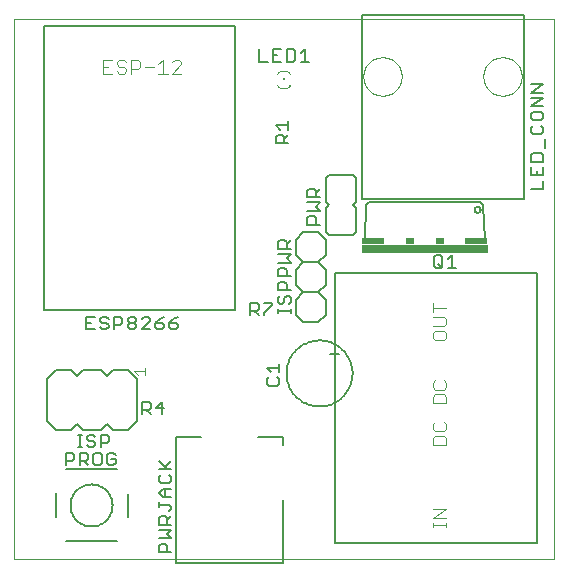
<source format=gto>
G75*
G70*
%OFA0B0*%
%FSLAX24Y24*%
%IPPOS*%
%LPD*%
%AMOC8*
5,1,8,0,0,1.08239X$1,22.5*
%
%ADD10C,0.0000*%
%ADD11C,0.0080*%
%ADD12C,0.0050*%
%ADD13C,0.0040*%
%ADD14C,0.0060*%
%ADD15R,0.0079X0.0079*%
%ADD16R,0.0059X0.0098*%
%ADD17C,0.0030*%
%ADD18R,0.4200X0.0300*%
%ADD19R,0.0750X0.0200*%
%ADD20R,0.0300X0.0200*%
D10*
X000280Y001800D02*
X000280Y019800D01*
X018280Y019800D01*
X018280Y001800D01*
X000280Y001800D01*
X011940Y017900D02*
X011942Y017950D01*
X011948Y018000D01*
X011958Y018049D01*
X011971Y018098D01*
X011989Y018145D01*
X012010Y018191D01*
X012034Y018234D01*
X012062Y018276D01*
X012093Y018316D01*
X012127Y018353D01*
X012164Y018387D01*
X012204Y018418D01*
X012246Y018446D01*
X012289Y018470D01*
X012335Y018491D01*
X012382Y018509D01*
X012431Y018522D01*
X012480Y018532D01*
X012530Y018538D01*
X012580Y018540D01*
X012630Y018538D01*
X012680Y018532D01*
X012729Y018522D01*
X012778Y018509D01*
X012825Y018491D01*
X012871Y018470D01*
X012914Y018446D01*
X012956Y018418D01*
X012996Y018387D01*
X013033Y018353D01*
X013067Y018316D01*
X013098Y018276D01*
X013126Y018234D01*
X013150Y018191D01*
X013171Y018145D01*
X013189Y018098D01*
X013202Y018049D01*
X013212Y018000D01*
X013218Y017950D01*
X013220Y017900D01*
X013218Y017850D01*
X013212Y017800D01*
X013202Y017751D01*
X013189Y017702D01*
X013171Y017655D01*
X013150Y017609D01*
X013126Y017566D01*
X013098Y017524D01*
X013067Y017484D01*
X013033Y017447D01*
X012996Y017413D01*
X012956Y017382D01*
X012914Y017354D01*
X012871Y017330D01*
X012825Y017309D01*
X012778Y017291D01*
X012729Y017278D01*
X012680Y017268D01*
X012630Y017262D01*
X012580Y017260D01*
X012530Y017262D01*
X012480Y017268D01*
X012431Y017278D01*
X012382Y017291D01*
X012335Y017309D01*
X012289Y017330D01*
X012246Y017354D01*
X012204Y017382D01*
X012164Y017413D01*
X012127Y017447D01*
X012093Y017484D01*
X012062Y017524D01*
X012034Y017566D01*
X012010Y017609D01*
X011989Y017655D01*
X011971Y017702D01*
X011958Y017751D01*
X011948Y017800D01*
X011942Y017850D01*
X011940Y017900D01*
X015940Y017900D02*
X015942Y017950D01*
X015948Y018000D01*
X015958Y018049D01*
X015971Y018098D01*
X015989Y018145D01*
X016010Y018191D01*
X016034Y018234D01*
X016062Y018276D01*
X016093Y018316D01*
X016127Y018353D01*
X016164Y018387D01*
X016204Y018418D01*
X016246Y018446D01*
X016289Y018470D01*
X016335Y018491D01*
X016382Y018509D01*
X016431Y018522D01*
X016480Y018532D01*
X016530Y018538D01*
X016580Y018540D01*
X016630Y018538D01*
X016680Y018532D01*
X016729Y018522D01*
X016778Y018509D01*
X016825Y018491D01*
X016871Y018470D01*
X016914Y018446D01*
X016956Y018418D01*
X016996Y018387D01*
X017033Y018353D01*
X017067Y018316D01*
X017098Y018276D01*
X017126Y018234D01*
X017150Y018191D01*
X017171Y018145D01*
X017189Y018098D01*
X017202Y018049D01*
X017212Y018000D01*
X017218Y017950D01*
X017220Y017900D01*
X017218Y017850D01*
X017212Y017800D01*
X017202Y017751D01*
X017189Y017702D01*
X017171Y017655D01*
X017150Y017609D01*
X017126Y017566D01*
X017098Y017524D01*
X017067Y017484D01*
X017033Y017447D01*
X016996Y017413D01*
X016956Y017382D01*
X016914Y017354D01*
X016871Y017330D01*
X016825Y017309D01*
X016778Y017291D01*
X016729Y017278D01*
X016680Y017268D01*
X016630Y017262D01*
X016580Y017260D01*
X016530Y017262D01*
X016480Y017268D01*
X016431Y017278D01*
X016382Y017291D01*
X016335Y017309D01*
X016289Y017330D01*
X016246Y017354D01*
X016204Y017382D01*
X016164Y017413D01*
X016127Y017447D01*
X016093Y017484D01*
X016062Y017524D01*
X016034Y017566D01*
X016010Y017609D01*
X015989Y017655D01*
X015971Y017702D01*
X015958Y017751D01*
X015948Y017800D01*
X015942Y017850D01*
X015940Y017900D01*
D11*
X017520Y017643D02*
X017940Y017643D01*
X017520Y017363D01*
X017940Y017363D01*
X017940Y017183D02*
X017520Y017183D01*
X017520Y016902D02*
X017940Y017183D01*
X017940Y016902D02*
X017520Y016902D01*
X017590Y016722D02*
X017520Y016652D01*
X017520Y016512D01*
X017590Y016442D01*
X017870Y016442D01*
X017940Y016512D01*
X017940Y016652D01*
X017870Y016722D01*
X017590Y016722D01*
X017590Y016262D02*
X017520Y016192D01*
X017520Y016052D01*
X017590Y015982D01*
X017870Y015982D01*
X017940Y016052D01*
X017940Y016192D01*
X017870Y016262D01*
X018010Y015801D02*
X018010Y015521D01*
X017870Y015341D02*
X017590Y015341D01*
X017520Y015271D01*
X017520Y015061D01*
X017940Y015061D01*
X017940Y015271D01*
X017870Y015341D01*
X017940Y014881D02*
X017940Y014600D01*
X017520Y014600D01*
X017520Y014881D01*
X017730Y014741D02*
X017730Y014600D01*
X017940Y014420D02*
X017940Y014140D01*
X017520Y014140D01*
X017280Y013800D02*
X017280Y019950D01*
X011880Y019950D01*
X011880Y013800D01*
X017280Y013800D01*
X015040Y011520D02*
X014760Y011520D01*
X014900Y011520D02*
X014900Y011940D01*
X014760Y011800D01*
X014579Y011870D02*
X014579Y011590D01*
X014509Y011520D01*
X014369Y011520D01*
X014299Y011590D01*
X014299Y011870D01*
X014369Y011940D01*
X014509Y011940D01*
X014579Y011870D01*
X014439Y011660D02*
X014579Y011520D01*
X010490Y012959D02*
X010070Y012959D01*
X010070Y013169D01*
X010140Y013239D01*
X010280Y013239D01*
X010350Y013169D01*
X010350Y012959D01*
X010490Y013419D02*
X010070Y013419D01*
X010070Y013699D02*
X010490Y013699D01*
X010350Y013559D01*
X010490Y013419D01*
X010490Y013880D02*
X010070Y013880D01*
X010070Y014090D01*
X010140Y014160D01*
X010280Y014160D01*
X010350Y014090D01*
X010350Y013880D01*
X010350Y014020D02*
X010490Y014160D01*
X009440Y015669D02*
X009020Y015669D01*
X009020Y015879D01*
X009090Y015949D01*
X009230Y015949D01*
X009300Y015879D01*
X009300Y015669D01*
X009300Y015809D02*
X009440Y015949D01*
X009440Y016130D02*
X009440Y016410D01*
X009440Y016270D02*
X009020Y016270D01*
X009160Y016130D01*
X009211Y018390D02*
X008930Y018390D01*
X008930Y018810D01*
X009211Y018810D01*
X009391Y018810D02*
X009601Y018810D01*
X009671Y018740D01*
X009671Y018460D01*
X009601Y018390D01*
X009391Y018390D01*
X009391Y018810D01*
X009071Y018600D02*
X008930Y018600D01*
X008750Y018390D02*
X008470Y018390D01*
X008470Y018810D01*
X009851Y018670D02*
X009991Y018810D01*
X009991Y018390D01*
X009851Y018390D02*
X010131Y018390D01*
X009520Y012439D02*
X009380Y012299D01*
X009380Y012369D02*
X009380Y012158D01*
X009520Y012158D02*
X009100Y012158D01*
X009100Y012369D01*
X009170Y012439D01*
X009310Y012439D01*
X009380Y012369D01*
X009520Y011978D02*
X009100Y011978D01*
X009100Y011698D02*
X009520Y011698D01*
X009380Y011838D01*
X009520Y011978D01*
X009310Y011518D02*
X009170Y011518D01*
X009100Y011448D01*
X009100Y011238D01*
X009520Y011238D01*
X009380Y011238D02*
X009380Y011448D01*
X009310Y011518D01*
X009310Y011058D02*
X009170Y011058D01*
X009100Y010988D01*
X009100Y010777D01*
X009520Y010777D01*
X009380Y010777D02*
X009380Y010988D01*
X009310Y011058D01*
X009380Y010597D02*
X009450Y010597D01*
X009520Y010527D01*
X009520Y010387D01*
X009450Y010317D01*
X009310Y010387D02*
X009310Y010527D01*
X009380Y010597D01*
X009170Y010597D02*
X009100Y010527D01*
X009100Y010387D01*
X009170Y010317D01*
X009240Y010317D01*
X009310Y010387D01*
X009520Y010150D02*
X009520Y010010D01*
X009520Y010080D02*
X009100Y010080D01*
X009100Y010010D02*
X009100Y010150D01*
X008911Y010290D02*
X008630Y010010D01*
X008630Y009940D01*
X008450Y009940D02*
X008310Y010080D01*
X008380Y010080D02*
X008170Y010080D01*
X008170Y009940D02*
X008170Y010360D01*
X008380Y010360D01*
X008450Y010290D01*
X008450Y010150D01*
X008380Y010080D01*
X008630Y010360D02*
X008911Y010360D01*
X008911Y010290D01*
X009140Y008331D02*
X009140Y008050D01*
X009140Y008191D02*
X008720Y008191D01*
X008860Y008050D01*
X008790Y007870D02*
X008720Y007800D01*
X008720Y007660D01*
X008790Y007590D01*
X009070Y007590D01*
X009140Y007660D01*
X009140Y007800D01*
X009070Y007870D01*
X009252Y005894D02*
X008425Y005894D01*
X009252Y005894D02*
X009252Y005618D01*
X009252Y003768D02*
X009252Y001681D01*
X005708Y001681D01*
X005708Y005894D01*
X006535Y005894D01*
X005540Y005083D02*
X005330Y004872D01*
X005400Y004802D02*
X005120Y005083D01*
X005120Y004802D02*
X005540Y004802D01*
X005470Y004622D02*
X005540Y004552D01*
X005540Y004412D01*
X005470Y004342D01*
X005190Y004342D01*
X005120Y004412D01*
X005120Y004552D01*
X005190Y004622D01*
X005260Y004162D02*
X005540Y004162D01*
X005330Y004162D02*
X005330Y003882D01*
X005260Y003882D02*
X005120Y004022D01*
X005260Y004162D01*
X005260Y003882D02*
X005540Y003882D01*
X005470Y003631D02*
X005120Y003631D01*
X005120Y003561D02*
X005120Y003701D01*
X005470Y003631D02*
X005540Y003561D01*
X005540Y003491D01*
X005470Y003421D01*
X005540Y003241D02*
X005400Y003101D01*
X005400Y003171D02*
X005400Y002961D01*
X005540Y002961D02*
X005120Y002961D01*
X005120Y003171D01*
X005190Y003241D01*
X005330Y003241D01*
X005400Y003171D01*
X005540Y002781D02*
X005120Y002781D01*
X005120Y002500D02*
X005540Y002500D01*
X005400Y002641D01*
X005540Y002781D01*
X005330Y002320D02*
X005190Y002320D01*
X005120Y002250D01*
X005120Y002040D01*
X005540Y002040D01*
X005400Y002040D02*
X005400Y002250D01*
X005330Y002320D01*
X004080Y003200D02*
X004080Y003993D01*
X003730Y004800D02*
X002030Y004800D01*
X002020Y004940D02*
X002020Y005360D01*
X002230Y005360D01*
X002300Y005290D01*
X002300Y005150D01*
X002230Y005080D01*
X002020Y005080D01*
X002480Y005080D02*
X002691Y005080D01*
X002761Y005150D01*
X002761Y005290D01*
X002691Y005360D01*
X002480Y005360D01*
X002480Y004940D01*
X002621Y005080D02*
X002761Y004940D01*
X002941Y005010D02*
X002941Y005290D01*
X003011Y005360D01*
X003151Y005360D01*
X003221Y005290D01*
X003221Y005010D01*
X003151Y004940D01*
X003011Y004940D01*
X002941Y005010D01*
X003401Y005010D02*
X003471Y004940D01*
X003611Y004940D01*
X003681Y005010D01*
X003681Y005150D01*
X003541Y005150D01*
X003401Y005290D02*
X003401Y005010D01*
X003401Y005290D02*
X003471Y005360D01*
X003611Y005360D01*
X003681Y005290D01*
X003398Y005680D02*
X003187Y005680D01*
X003187Y005540D02*
X003187Y005960D01*
X003398Y005960D01*
X003468Y005890D01*
X003468Y005750D01*
X003398Y005680D01*
X003007Y005680D02*
X003007Y005610D01*
X002937Y005540D01*
X002797Y005540D01*
X002727Y005610D01*
X002797Y005750D02*
X002727Y005820D01*
X002727Y005890D01*
X002797Y005960D01*
X002937Y005960D01*
X003007Y005890D01*
X002937Y005750D02*
X003007Y005680D01*
X002937Y005750D02*
X002797Y005750D01*
X002560Y005540D02*
X002420Y005540D01*
X002490Y005540D02*
X002490Y005960D01*
X002420Y005960D02*
X002560Y005960D01*
X001680Y004005D02*
X001680Y003200D01*
X002030Y002400D02*
X003730Y002400D01*
X002180Y003600D02*
X002182Y003652D01*
X002188Y003704D01*
X002198Y003756D01*
X002211Y003806D01*
X002228Y003856D01*
X002249Y003904D01*
X002274Y003950D01*
X002302Y003994D01*
X002333Y004036D01*
X002367Y004076D01*
X002404Y004113D01*
X002444Y004147D01*
X002486Y004178D01*
X002530Y004206D01*
X002576Y004231D01*
X002624Y004252D01*
X002674Y004269D01*
X002724Y004282D01*
X002776Y004292D01*
X002828Y004298D01*
X002880Y004300D01*
X002932Y004298D01*
X002984Y004292D01*
X003036Y004282D01*
X003086Y004269D01*
X003136Y004252D01*
X003184Y004231D01*
X003230Y004206D01*
X003274Y004178D01*
X003316Y004147D01*
X003356Y004113D01*
X003393Y004076D01*
X003427Y004036D01*
X003458Y003994D01*
X003486Y003950D01*
X003511Y003904D01*
X003532Y003856D01*
X003549Y003806D01*
X003562Y003756D01*
X003572Y003704D01*
X003578Y003652D01*
X003580Y003600D01*
X003578Y003548D01*
X003572Y003496D01*
X003562Y003444D01*
X003549Y003394D01*
X003532Y003344D01*
X003511Y003296D01*
X003486Y003250D01*
X003458Y003206D01*
X003427Y003164D01*
X003393Y003124D01*
X003356Y003087D01*
X003316Y003053D01*
X003274Y003022D01*
X003230Y002994D01*
X003184Y002969D01*
X003136Y002948D01*
X003086Y002931D01*
X003036Y002918D01*
X002984Y002908D01*
X002932Y002902D01*
X002880Y002900D01*
X002828Y002902D01*
X002776Y002908D01*
X002724Y002918D01*
X002674Y002931D01*
X002624Y002948D01*
X002576Y002969D01*
X002530Y002994D01*
X002486Y003022D01*
X002444Y003053D01*
X002404Y003087D01*
X002367Y003124D01*
X002333Y003164D01*
X002302Y003206D01*
X002274Y003250D01*
X002249Y003296D01*
X002228Y003344D01*
X002211Y003394D01*
X002198Y003444D01*
X002188Y003496D01*
X002182Y003548D01*
X002180Y003600D01*
X004570Y006640D02*
X004570Y007060D01*
X004780Y007060D01*
X004850Y006990D01*
X004850Y006850D01*
X004780Y006780D01*
X004570Y006780D01*
X004710Y006780D02*
X004850Y006640D01*
X005030Y006850D02*
X005311Y006850D01*
X005241Y006640D02*
X005241Y007060D01*
X005030Y006850D01*
X005079Y009471D02*
X005009Y009542D01*
X005009Y009682D01*
X005220Y009682D01*
X005290Y009612D01*
X005290Y009542D01*
X005220Y009471D01*
X005079Y009471D01*
X005009Y009682D02*
X005149Y009822D01*
X005290Y009892D01*
X005470Y009682D02*
X005680Y009682D01*
X005750Y009612D01*
X005750Y009542D01*
X005680Y009471D01*
X005540Y009471D01*
X005470Y009542D01*
X005470Y009682D01*
X005610Y009822D01*
X005750Y009892D01*
X004829Y009822D02*
X004829Y009752D01*
X004549Y009471D01*
X004829Y009471D01*
X004829Y009822D02*
X004759Y009892D01*
X004619Y009892D01*
X004549Y009822D01*
X004369Y009822D02*
X004369Y009752D01*
X004299Y009682D01*
X004159Y009682D01*
X004089Y009752D01*
X004089Y009822D01*
X004159Y009892D01*
X004299Y009892D01*
X004369Y009822D01*
X004299Y009682D02*
X004369Y009612D01*
X004369Y009542D01*
X004299Y009471D01*
X004159Y009471D01*
X004089Y009542D01*
X004089Y009612D01*
X004159Y009682D01*
X003908Y009682D02*
X003908Y009822D01*
X003838Y009892D01*
X003628Y009892D01*
X003628Y009471D01*
X003628Y009612D02*
X003838Y009612D01*
X003908Y009682D01*
X003448Y009612D02*
X003448Y009542D01*
X003378Y009471D01*
X003238Y009471D01*
X003168Y009542D01*
X003238Y009682D02*
X003378Y009682D01*
X003448Y009612D01*
X003448Y009822D02*
X003378Y009892D01*
X003238Y009892D01*
X003168Y009822D01*
X003168Y009752D01*
X003238Y009682D01*
X002988Y009892D02*
X002707Y009892D01*
X002707Y009471D01*
X002988Y009471D01*
X002848Y009682D02*
X002707Y009682D01*
D12*
X002580Y008100D02*
X003180Y008100D01*
X003380Y007900D01*
X003580Y008100D01*
X004080Y008100D01*
X004380Y007800D01*
X004380Y006400D01*
X004080Y006100D01*
X003580Y006100D01*
X003380Y006300D01*
X003180Y006100D01*
X002580Y006100D01*
X002380Y006300D01*
X002180Y006100D01*
X001680Y006100D01*
X001380Y006400D01*
X001380Y007800D01*
X001680Y008100D01*
X002180Y008100D01*
X002380Y007900D01*
X002580Y008100D01*
X001280Y010100D02*
X001280Y019588D01*
X007658Y019588D01*
X007658Y010100D01*
X001280Y010100D01*
X010980Y011350D02*
X010980Y002350D01*
X017730Y002350D01*
X017730Y011350D01*
X010980Y011350D01*
X011980Y012450D02*
X012030Y013600D01*
X012130Y013700D01*
X015830Y013700D01*
X015930Y013600D01*
X015980Y012450D01*
X015650Y013460D02*
X015652Y013480D01*
X015658Y013498D01*
X015667Y013516D01*
X015679Y013531D01*
X015694Y013543D01*
X015712Y013552D01*
X015730Y013558D01*
X015750Y013560D01*
X015770Y013558D01*
X015788Y013552D01*
X015806Y013543D01*
X015821Y013531D01*
X015833Y013516D01*
X015842Y013498D01*
X015848Y013480D01*
X015850Y013460D01*
X015848Y013440D01*
X015842Y013422D01*
X015833Y013404D01*
X015821Y013389D01*
X015806Y013377D01*
X015788Y013368D01*
X015770Y013362D01*
X015750Y013360D01*
X015730Y013362D01*
X015712Y013368D01*
X015694Y013377D01*
X015679Y013389D01*
X015667Y013404D01*
X015658Y013422D01*
X015652Y013440D01*
X015650Y013460D01*
D13*
X014250Y010348D02*
X014250Y010041D01*
X014250Y010194D02*
X014710Y010194D01*
X014633Y009887D02*
X014250Y009887D01*
X014250Y009580D02*
X014633Y009580D01*
X014710Y009657D01*
X014710Y009811D01*
X014633Y009887D01*
X014633Y009427D02*
X014326Y009427D01*
X014250Y009350D01*
X014250Y009197D01*
X014326Y009120D01*
X014633Y009120D01*
X014710Y009197D01*
X014710Y009350D01*
X014633Y009427D01*
X014633Y007768D02*
X014710Y007692D01*
X014710Y007538D01*
X014633Y007462D01*
X014326Y007462D01*
X014250Y007538D01*
X014250Y007692D01*
X014326Y007768D01*
X014326Y007308D02*
X014250Y007231D01*
X014250Y007001D01*
X014710Y007001D01*
X014710Y007231D01*
X014633Y007308D01*
X014326Y007308D01*
X014326Y006387D02*
X014250Y006311D01*
X014250Y006157D01*
X014326Y006080D01*
X014633Y006080D01*
X014710Y006157D01*
X014710Y006311D01*
X014633Y006387D01*
X014633Y005927D02*
X014326Y005927D01*
X014250Y005850D01*
X014250Y005620D01*
X014710Y005620D01*
X014710Y005850D01*
X014633Y005927D01*
X014710Y003484D02*
X014250Y003484D01*
X014250Y003177D02*
X014710Y003484D01*
X014710Y003177D02*
X014250Y003177D01*
X014250Y003023D02*
X014250Y002870D01*
X014250Y002947D02*
X014710Y002947D01*
X014710Y003023D02*
X014710Y002870D01*
X009497Y017603D02*
X009474Y017580D01*
X009448Y017560D01*
X009420Y017543D01*
X009391Y017529D01*
X009360Y017518D01*
X009329Y017511D01*
X009296Y017507D01*
X009264Y017507D01*
X009231Y017511D01*
X009200Y017518D01*
X009169Y017529D01*
X009140Y017543D01*
X009112Y017560D01*
X009086Y017580D01*
X009063Y017603D01*
X009063Y017997D02*
X009086Y018020D01*
X009112Y018040D01*
X009140Y018057D01*
X009169Y018071D01*
X009200Y018082D01*
X009231Y018089D01*
X009264Y018093D01*
X009296Y018093D01*
X009329Y018089D01*
X009360Y018082D01*
X009391Y018071D01*
X009420Y018057D01*
X009448Y018040D01*
X009474Y018020D01*
X009497Y017997D01*
X005877Y017994D02*
X005570Y017994D01*
X005877Y018301D01*
X005877Y018378D01*
X005801Y018454D01*
X005647Y018454D01*
X005570Y018378D01*
X005264Y018454D02*
X005264Y017994D01*
X005417Y017994D02*
X005110Y017994D01*
X004957Y018224D02*
X004650Y018224D01*
X004496Y018224D02*
X004496Y018378D01*
X004419Y018454D01*
X004189Y018454D01*
X004189Y017994D01*
X004189Y018147D02*
X004419Y018147D01*
X004496Y018224D01*
X004036Y018147D02*
X004036Y018071D01*
X003959Y017994D01*
X003806Y017994D01*
X003729Y018071D01*
X003806Y018224D02*
X003959Y018224D01*
X004036Y018147D01*
X004036Y018378D02*
X003959Y018454D01*
X003806Y018454D01*
X003729Y018378D01*
X003729Y018301D01*
X003806Y018224D01*
X003575Y017994D02*
X003269Y017994D01*
X003269Y018454D01*
X003575Y018454D01*
X003422Y018224D02*
X003269Y018224D01*
X005110Y018301D02*
X005264Y018454D01*
D14*
X009930Y012700D02*
X009680Y012450D01*
X009680Y011950D01*
X009930Y011700D01*
X009680Y011450D01*
X009680Y010950D01*
X009930Y010700D01*
X009680Y010450D01*
X009680Y009950D01*
X009930Y009700D01*
X010430Y009700D01*
X010680Y009950D01*
X010680Y010450D01*
X010430Y010700D01*
X009930Y010700D01*
X010430Y010700D02*
X010680Y010950D01*
X010680Y011450D01*
X010430Y011700D01*
X009930Y011700D01*
X010430Y011700D02*
X010680Y011950D01*
X010680Y012450D01*
X010430Y012700D01*
X009930Y012700D01*
X010680Y012700D02*
X010680Y013500D01*
X010780Y013600D01*
X010680Y013700D01*
X010680Y014500D01*
X010780Y014600D01*
X011580Y014600D01*
X011680Y014500D01*
X011680Y013700D01*
X011580Y013600D01*
X011680Y013500D01*
X011680Y012700D01*
X011580Y012600D01*
X010780Y012600D01*
X010680Y012700D01*
X010980Y008800D02*
X010980Y008650D01*
X011130Y008650D01*
X010980Y008650D02*
X010980Y008500D01*
X010980Y008650D02*
X010830Y008650D01*
X009380Y008000D02*
X009382Y008066D01*
X009388Y008131D01*
X009398Y008196D01*
X009411Y008261D01*
X009429Y008324D01*
X009450Y008387D01*
X009475Y008447D01*
X009504Y008507D01*
X009536Y008564D01*
X009571Y008620D01*
X009610Y008673D01*
X009652Y008724D01*
X009696Y008772D01*
X009744Y008817D01*
X009794Y008860D01*
X009847Y008899D01*
X009902Y008936D01*
X009959Y008969D01*
X010018Y008998D01*
X010078Y009024D01*
X010140Y009046D01*
X010203Y009065D01*
X010267Y009079D01*
X010332Y009090D01*
X010398Y009097D01*
X010464Y009100D01*
X010529Y009099D01*
X010595Y009094D01*
X010660Y009085D01*
X010725Y009072D01*
X010788Y009056D01*
X010851Y009036D01*
X010912Y009011D01*
X010972Y008984D01*
X011030Y008953D01*
X011086Y008918D01*
X011140Y008880D01*
X011191Y008839D01*
X011240Y008795D01*
X011286Y008748D01*
X011330Y008699D01*
X011370Y008647D01*
X011407Y008592D01*
X011441Y008536D01*
X011471Y008477D01*
X011498Y008417D01*
X011521Y008356D01*
X011540Y008293D01*
X011556Y008229D01*
X011568Y008164D01*
X011576Y008099D01*
X011580Y008033D01*
X011580Y007967D01*
X011576Y007901D01*
X011568Y007836D01*
X011556Y007771D01*
X011540Y007707D01*
X011521Y007644D01*
X011498Y007583D01*
X011471Y007523D01*
X011441Y007464D01*
X011407Y007408D01*
X011370Y007353D01*
X011330Y007301D01*
X011286Y007252D01*
X011240Y007205D01*
X011191Y007161D01*
X011140Y007120D01*
X011086Y007082D01*
X011030Y007047D01*
X010972Y007016D01*
X010912Y006989D01*
X010851Y006964D01*
X010788Y006944D01*
X010725Y006928D01*
X010660Y006915D01*
X010595Y006906D01*
X010529Y006901D01*
X010464Y006900D01*
X010398Y006903D01*
X010332Y006910D01*
X010267Y006921D01*
X010203Y006935D01*
X010140Y006954D01*
X010078Y006976D01*
X010018Y007002D01*
X009959Y007031D01*
X009902Y007064D01*
X009847Y007101D01*
X009794Y007140D01*
X009744Y007183D01*
X009696Y007228D01*
X009652Y007276D01*
X009610Y007327D01*
X009571Y007380D01*
X009536Y007436D01*
X009504Y007493D01*
X009475Y007553D01*
X009450Y007613D01*
X009429Y007676D01*
X009411Y007739D01*
X009398Y007804D01*
X009388Y007869D01*
X009382Y007934D01*
X009380Y008000D01*
D15*
X009280Y017800D03*
D16*
X009487Y017574D03*
D17*
X004665Y008194D02*
X004665Y007947D01*
X004665Y008070D02*
X004295Y008070D01*
X004418Y007947D01*
D18*
X013980Y012150D03*
D19*
X012255Y012400D03*
X015705Y012400D03*
D20*
X014480Y012400D03*
X013480Y012400D03*
M02*

</source>
